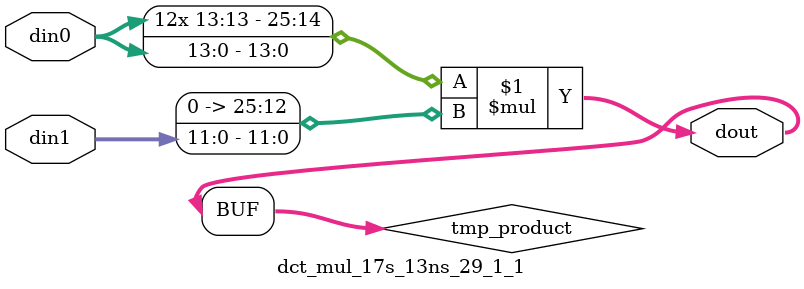
<source format=v>

`timescale 1 ns / 1 ps

 module dct_mul_17s_13ns_29_1_1(din0, din1, dout);
parameter ID = 1;
parameter NUM_STAGE = 0;
parameter din0_WIDTH = 14;
parameter din1_WIDTH = 12;
parameter dout_WIDTH = 26;

input [din0_WIDTH - 1 : 0] din0; 
input [din1_WIDTH - 1 : 0] din1; 
output [dout_WIDTH - 1 : 0] dout;

wire signed [dout_WIDTH - 1 : 0] tmp_product;


























assign tmp_product = $signed(din0) * $signed({1'b0, din1});









assign dout = tmp_product;





















endmodule

</source>
